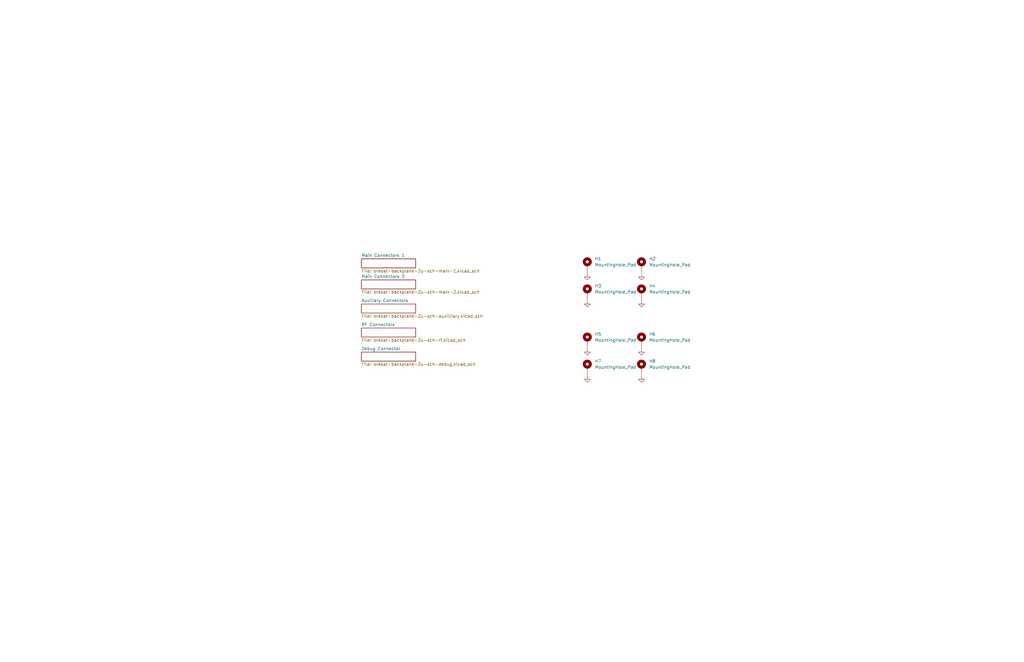
<source format=kicad_sch>
(kicad_sch (version 20250114) (generator "eeschema") (generator_version "9.0")
  (paper "USLedger")
  (title_block (title "OreSat1 2U Backplane") (date "2025-09-28") (rev "1.0") (company "Portland State Aerospace Society"))
  (lib_symbols
    (symbol "Mechanical:MountingHole_Pad" (pin_numbers (hide yes)) (pin_names (offset 1.016) (hide yes)) (in_bom no)
      (property "Reference" "H" (at 0 6.35 0))
      (property "Value" "MountingHole_Pad" (at 0 4.445 0))
      (symbol "MountingHole_Pad_0_1"
        (circle (center 0 1.27) (radius 1.27) (stroke (width 1.27)))
      )
      (symbol "MountingHole_Pad_1_1"
        (pin input line (at 0 -2.54 90) (length 2.54) (name "1") (number "1"))
      )
    )
    (symbol "power:GND" (power) (pin_names (offset 0))
      (property "Value" "GND" (at 0 -3.81 0))
      (symbol "GND_0_1"
        (polyline (pts (xy 0 0) (xy 0 -1.27) (xy 1.27 -1.27) (xy 0 -2.54) (xy -1.27 -1.27) (xy 0 -1.27)))
      )
      (symbol "GND_1_1"
        (pin power_in line (at 0 0 270) (length 0) (hide yes) (name "GND") (number "1"))
      )
    )
  )
  (wire (pts (xy 270.51 147.32) (xy 270.51 146.05)))
  (wire (pts (xy 247.65 127) (xy 247.65 125.73)))
  (wire (pts (xy 247.65 158.75) (xy 247.65 157.48)))
  (wire (pts (xy 247.65 115.57) (xy 247.65 114.3)))
  (wire (pts (xy 270.51 158.75) (xy 270.51 157.48)))
  (wire (pts (xy 270.51 127) (xy 270.51 125.73)))
  (wire (pts (xy 247.65 147.32) (xy 247.65 146.05)))
  (wire (pts (xy 270.51 115.57) (xy 270.51 114.3)))
  (symbol (lib_id "power:GND") (at 270.51 127 0) (unit 1)
    (property "Reference" "#GND022" (effects (hide yes)))
    (property "Value" "GND" (effects (hide yes)))
    (property "Footprint" "oresat-backplane-2u:" (effects (hide yes)))
  )
  (symbol (lib_id "power:GND") (at 247.65 147.32 0) (unit 1)
    (property "Reference" "#GND023" (effects (hide yes)))
    (property "Value" "GND" (effects (hide yes)))
    (property "Footprint" "oresat-backplane-2u:" (effects (hide yes)))
  )
  (symbol (lib_id "power:GND") (at 247.65 115.57 0) (unit 1)
    (property "Reference" "#GND019" (effects (hide yes)))
    (property "Value" "GND" (effects (hide yes)))
    (property "Footprint" "oresat-backplane-2u:" (effects (hide yes)))
  )
  (symbol (lib_id "power:GND") (at 247.65 127 0) (unit 1)
    (property "Reference" "#GND021" (effects (hide yes)))
    (property "Value" "GND" (effects (hide yes)))
    (property "Footprint" "oresat-backplane-2u:" (effects (hide yes)))
  )
  (symbol (lib_id "Mechanical:MountingHole_Pad") (at 270.51 154.94 0) (unit 1) (in_bom no)
    (property "Reference" "H8" (at 273.685 152.3999 0) (effects (justify left)))
    (property "Value" "MountingHole_Pad" (at 273.685 154.9399 0) (effects (justify left)))
    (property "Footprint" "MountingHole:MountingHole_2.2mm_M2_DIN965_Pad" (effects (hide yes)))
    (property "Description" "Mounting Hole with connection" (effects (hide yes)))
  )
  (symbol (lib_id "Mechanical:MountingHole_Pad") (at 270.51 111.76 0) (unit 1) (in_bom no)
    (property "Reference" "H2" (at 273.685 109.2199 0) (effects (justify left)))
    (property "Value" "MountingHole_Pad" (at 273.685 111.7599 0) (effects (justify left)))
    (property "Footprint" "MountingHole:MountingHole_2.2mm_M2_DIN965_Pad" (effects (hide yes)))
    (property "Description" "Mounting Hole with connection" (effects (hide yes)))
  )
  (symbol (lib_id "power:GND") (at 270.51 147.32 0) (unit 1)
    (property "Reference" "#GND024" (effects (hide yes)))
    (property "Value" "GND" (effects (hide yes)))
    (property "Footprint" "oresat-backplane-2u:" (effects (hide yes)))
  )
  (symbol (lib_id "Mechanical:MountingHole_Pad") (at 247.65 123.19 0) (unit 1) (in_bom no)
    (property "Reference" "H3" (at 250.825 120.6499 0) (effects (justify left)))
    (property "Value" "MountingHole_Pad" (at 250.825 123.1899 0) (effects (justify left)))
    (property "Footprint" "MountingHole:MountingHole_2.2mm_M2_DIN965_Pad" (effects (hide yes)))
    (property "Description" "Mounting Hole with connection" (effects (hide yes)))
  )
  (symbol (lib_id "power:GND") (at 270.51 115.57 0) (unit 1)
    (property "Reference" "#GND020" (effects (hide yes)))
    (property "Value" "GND" (effects (hide yes)))
    (property "Footprint" "oresat-backplane-2u:" (effects (hide yes)))
  )
  (symbol (lib_id "Mechanical:MountingHole_Pad") (at 247.65 154.94 0) (unit 1) (in_bom no)
    (property "Reference" "H7" (at 250.825 152.3999 0) (effects (justify left)))
    (property "Value" "MountingHole_Pad" (at 250.825 154.9399 0) (effects (justify left)))
    (property "Footprint" "MountingHole:MountingHole_2.2mm_M2_DIN965_Pad" (effects (hide yes)))
    (property "Description" "Mounting Hole with connection" (effects (hide yes)))
  )
  (symbol (lib_id "Mechanical:MountingHole_Pad") (at 270.51 123.19 0) (unit 1) (in_bom no)
    (property "Reference" "H4" (at 273.685 120.6499 0) (effects (justify left)))
    (property "Value" "MountingHole_Pad" (at 273.685 123.1899 0) (effects (justify left)))
    (property "Footprint" "MountingHole:MountingHole_2.2mm_M2_DIN965_Pad" (effects (hide yes)))
    (property "Description" "Mounting Hole with connection" (effects (hide yes)))
  )
  (symbol (lib_id "Mechanical:MountingHole_Pad") (at 270.51 143.51 0) (unit 1) (in_bom no)
    (property "Reference" "H6" (at 273.685 140.9699 0) (effects (justify left)))
    (property "Value" "MountingHole_Pad" (at 273.685 143.5099 0) (effects (justify left)))
    (property "Footprint" "MountingHole:MountingHole_2.2mm_M2_DIN965_Pad" (effects (hide yes)))
    (property "Description" "Mounting Hole with connection" (effects (hide yes)))
  )
  (symbol (lib_id "Mechanical:MountingHole_Pad") (at 247.65 111.76 0) (unit 1) (in_bom no)
    (property "Reference" "H1" (at 250.825 109.2199 0) (effects (justify left)))
    (property "Value" "MountingHole_Pad" (at 250.825 111.7599 0) (effects (justify left)))
    (property "Footprint" "MountingHole:MountingHole_2.2mm_M2_DIN965_Pad" (effects (hide yes)))
    (property "Description" "Mounting Hole with connection" (effects (hide yes)))
  )
  (symbol (lib_id "power:GND") (at 270.51 158.75 0) (unit 1)
    (property "Reference" "#GND026" (effects (hide yes)))
    (property "Value" "GND" (effects (hide yes)))
    (property "Footprint" "oresat-backplane-2u:" (effects (hide yes)))
  )
  (symbol (lib_id "Mechanical:MountingHole_Pad") (at 247.65 143.51 0) (unit 1) (in_bom no)
    (property "Reference" "H5" (at 250.825 140.9699 0) (effects (justify left)))
    (property "Value" "MountingHole_Pad" (at 250.825 143.5099 0) (effects (justify left)))
    (property "Footprint" "MountingHole:MountingHole_2.2mm_M2_DIN965_Pad" (effects (hide yes)))
    (property "Description" "Mounting Hole with connection" (effects (hide yes)))
  )
  (symbol (lib_id "power:GND") (at 247.65 158.75 0) (unit 1)
    (property "Reference" "#GND025" (effects (hide yes)))
    (property "Value" "GND" (effects (hide yes)))
    (property "Footprint" "oresat-backplane-2u:" (effects (hide yes)))
  )
  (sheet (at 152.4 128.27) (size 22.86 3.81) (stroke (width 0.1524))
    (property "Sheetname" "Auxiliary Connectors" (at 152.4 127.5584 0) (effects (justify left bottom)))
    (property "Sheetfile" "oresat-backplane-2u-sch-auxilliary.kicad_sch" (at 152.4 132.6646 0) (effects (justify left top)))
  )
  (sheet (at 152.4 148.59) (size 22.86 3.81) (stroke (width 0.1524))
    (property "Sheetname" "Debug Connector" (at 152.4 147.8784 0) (effects (justify left bottom)))
    (property "Sheetfile" "oresat-backplane-2u-sch-debug.kicad_sch" (at 152.4 152.9846 0) (effects (justify left top)))
  )
  (sheet (at 152.4 138.43) (size 22.86 3.81) (stroke (width 0.1524))
    (property "Sheetname" "RF Connectors" (at 152.4 137.7184 0) (effects (justify left bottom)))
    (property "Sheetfile" "oresat-backplane-2u-sch-rf.kicad_sch" (at 152.4 142.8246 0) (effects (justify left top)))
  )
  (sheet (at 152.4 118.11) (size 22.86 3.81) (stroke (width 0.1524))
    (property "Sheetname" "Main Connectors 2" (at 152.4 117.3984 0) (effects (justify left bottom)))
    (property "Sheetfile" "oresat-backplane-2u-sch-main-2.kicad_sch" (at 152.4 122.5046 0) (effects (justify left top)))
  )
  (sheet (at 152.4 109.22) (size 22.86 3.81) (stroke (width 0.1524))
    (property "Sheetname" "Main Connectors 1" (at 152.4 108.5084 0) (effects (justify left bottom)))
    (property "Sheetfile" "oresat-backplane-2u-sch-main-1.kicad_sch" (at 152.4 113.6146 0) (effects (justify left top)))
  )
)
</source>
